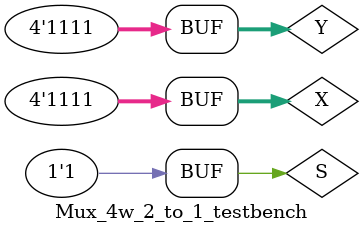
<source format=sv>

module Mux_4w_2_to_1 (M, X, Y, S);
	input [3:0] X;
	input [3:0] Y;
	input S;
	output reg [3:0] M;

	//2 to 1 mux logic statements.
	assign M[0] = (~S & X[0]) | (S & Y[0]);
	assign M[1] = (~S & X[1]) | (S & Y[1]);
	assign M[2] = (~S & X[2]) | (S & Y[2]);
	assign M[3] = (~S & X[3]) | (S & Y[3]);

endmodule

module Mux_4w_2_to_1_testbench();

	logic [3:0] X;
	logic [3:0] Y;
	logic S;
	logic [3:0] M;

 Mux_4w_2_to_1 dut(M, X, Y, S);

 initial begin
 
 S = 0; X[0] = 0; X[1] = 0; X[2] = 0; X[3] = 0; Y[0] = 0; Y[1] = 0; Y[2] = 0; Y[3] = 0; #10;
 S = 0; X[0] = 0; X[1] = 0; X[2] = 0; X[3] = 0; Y[0] = 0; Y[1] = 0; Y[2] = 0; Y[3] = 1; #10;
 S = 0; X[0] = 0; X[1] = 0; X[2] = 0; X[3] = 0; Y[0] = 0; Y[1] = 0; Y[2] = 1; Y[3] = 0; #10;
 S = 0; X[0] = 0; X[1] = 0; X[2] = 0; X[3] = 0; Y[0] = 0; Y[1] = 0; Y[2] = 1; Y[3] = 1; #10;
 S = 0; X[0] = 0; X[1] = 0; X[2] = 0; X[3] = 0; Y[0] = 0; Y[1] = 1; Y[2] = 0; Y[3] = 0; #10;
 S = 0; X[0] = 0; X[1] = 0; X[2] = 0; X[3] = 0; Y[0] = 0; Y[1] = 1; Y[2] = 0; Y[3] = 1; #10;
 S = 0; X[0] = 0; X[1] = 0; X[2] = 0; X[3] = 0; Y[0] = 0; Y[1] = 1; Y[2] = 1; Y[3] = 0; #10;
 S = 0; X[0] = 0; X[1] = 0; X[2] = 0; X[3] = 0; Y[0] = 0; Y[1] = 1; Y[2] = 1; Y[3] = 1; #10;
 S = 0; X[0] = 0; X[1] = 0; X[2] = 0; X[3] = 0; Y[0] = 1; Y[1] = 0; Y[2] = 0; Y[3] = 0; #10;
 S = 0; X[0] = 0; X[1] = 0; X[2] = 0; X[3] = 0; Y[0] = 1; Y[1] = 0; Y[2] = 0; Y[3] = 1; #10;
 S = 0; X[0] = 0; X[1] = 0; X[2] = 0; X[3] = 0; Y[0] = 1; Y[1] = 0; Y[2] = 1; Y[3] = 0; #10;
 S = 0; X[0] = 0; X[1] = 0; X[2] = 0; X[3] = 0; Y[0] = 1; Y[1] = 0; Y[2] = 1; Y[3] = 1; #10;
 S = 0; X[0] = 0; X[1] = 0; X[2] = 0; X[3] = 0; Y[0] = 1; Y[1] = 1; Y[2] = 0; Y[3] = 0; #10;
 S = 0; X[0] = 0; X[1] = 0; X[2] = 0; X[3] = 0; Y[0] = 1; Y[1] = 1; Y[2] = 0; Y[3] = 1; #10;
 S = 0; X[0] = 0; X[1] = 0; X[2] = 0; X[3] = 0; Y[0] = 1; Y[1] = 1; Y[2] = 1; Y[3] = 0; #10;
 S = 0; X[0] = 0; X[1] = 0; X[2] = 0; X[3] = 0; Y[0] = 1; Y[1] = 1; Y[2] = 1; Y[3] = 1; #10;
 S = 0; X[0] = 0; X[1] = 0; X[2] = 0; X[3] = 1; Y[0] = 0; Y[1] = 0; Y[2] = 0; Y[3] = 0; #10;
 S = 0; X[0] = 0; X[1] = 0; X[2] = 0; X[3] = 1; Y[0] = 0; Y[1] = 0; Y[2] = 0; Y[3] = 1; #10;
 S = 0; X[0] = 0; X[1] = 0; X[2] = 0; X[3] = 1; Y[0] = 0; Y[1] = 0; Y[2] = 1; Y[3] = 0; #10;
 S = 0; X[0] = 0; X[1] = 0; X[2] = 0; X[3] = 1; Y[0] = 0; Y[1] = 0; Y[2] = 1; Y[3] = 1; #10;
 S = 0; X[0] = 0; X[1] = 0; X[2] = 0; X[3] = 1; Y[0] = 0; Y[1] = 1; Y[2] = 0; Y[3] = 0; #10;
 S = 0; X[0] = 0; X[1] = 0; X[2] = 0; X[3] = 1; Y[0] = 0; Y[1] = 1; Y[2] = 0; Y[3] = 1; #10;
 S = 0; X[0] = 0; X[1] = 0; X[2] = 0; X[3] = 1; Y[0] = 0; Y[1] = 1; Y[2] = 1; Y[3] = 0; #10;
 S = 0; X[0] = 0; X[1] = 0; X[2] = 0; X[3] = 1; Y[0] = 0; Y[1] = 1; Y[2] = 1; Y[3] = 1; #10;
 S = 0; X[0] = 0; X[1] = 0; X[2] = 0; X[3] = 1; Y[0] = 1; Y[1] = 0; Y[2] = 0; Y[3] = 0; #10;
 S = 0; X[0] = 0; X[1] = 0; X[2] = 0; X[3] = 1; Y[0] = 1; Y[1] = 0; Y[2] = 0; Y[3] = 1; #10;
 S = 0; X[0] = 0; X[1] = 0; X[2] = 0; X[3] = 1; Y[0] = 1; Y[1] = 0; Y[2] = 1; Y[3] = 0; #10;
 S = 0; X[0] = 0; X[1] = 0; X[2] = 0; X[3] = 1; Y[0] = 1; Y[1] = 0; Y[2] = 1; Y[3] = 1; #10;
 S = 0; X[0] = 0; X[1] = 0; X[2] = 0; X[3] = 1; Y[0] = 1; Y[1] = 1; Y[2] = 0; Y[3] = 0; #10;
 S = 0; X[0] = 0; X[1] = 0; X[2] = 0; X[3] = 1; Y[0] = 1; Y[1] = 1; Y[2] = 0; Y[3] = 1; #10;
 S = 0; X[0] = 0; X[1] = 0; X[2] = 0; X[3] = 1; Y[0] = 1; Y[1] = 1; Y[2] = 1; Y[3] = 0; #10;
 S = 0; X[0] = 0; X[1] = 0; X[2] = 0; X[3] = 1; Y[0] = 1; Y[1] = 1; Y[2] = 1; Y[3] = 1; #10;
 S = 0; X[0] = 0; X[1] = 0; X[2] = 1; X[3] = 0; Y[0] = 0; Y[1] = 0; Y[2] = 0; Y[3] = 0; #10;
 S = 0; X[0] = 0; X[1] = 0; X[2] = 1; X[3] = 0; Y[0] = 0; Y[1] = 0; Y[2] = 0; Y[3] = 1; #10;
 S = 0; X[0] = 0; X[1] = 0; X[2] = 1; X[3] = 0; Y[0] = 0; Y[1] = 0; Y[2] = 1; Y[3] = 0; #10;
 S = 0; X[0] = 0; X[1] = 0; X[2] = 1; X[3] = 0; Y[0] = 0; Y[1] = 0; Y[2] = 1; Y[3] = 1; #10;
 S = 0; X[0] = 0; X[1] = 0; X[2] = 1; X[3] = 0; Y[0] = 0; Y[1] = 1; Y[2] = 0; Y[3] = 0; #10;
 S = 0; X[0] = 0; X[1] = 0; X[2] = 1; X[3] = 0; Y[0] = 0; Y[1] = 1; Y[2] = 0; Y[3] = 1; #10;
 S = 0; X[0] = 0; X[1] = 0; X[2] = 1; X[3] = 0; Y[0] = 0; Y[1] = 1; Y[2] = 1; Y[3] = 0; #10;
 S = 0; X[0] = 0; X[1] = 0; X[2] = 1; X[3] = 0; Y[0] = 0; Y[1] = 1; Y[2] = 1; Y[3] = 1; #10;
 S = 0; X[0] = 0; X[1] = 0; X[2] = 1; X[3] = 0; Y[0] = 1; Y[1] = 0; Y[2] = 0; Y[3] = 0; #10;
 S = 0; X[0] = 0; X[1] = 0; X[2] = 1; X[3] = 0; Y[0] = 1; Y[1] = 0; Y[2] = 0; Y[3] = 1; #10;
 S = 0; X[0] = 0; X[1] = 0; X[2] = 1; X[3] = 0; Y[0] = 1; Y[1] = 0; Y[2] = 1; Y[3] = 0; #10;
 S = 0; X[0] = 0; X[1] = 0; X[2] = 1; X[3] = 0; Y[0] = 1; Y[1] = 0; Y[2] = 1; Y[3] = 1; #10;
 S = 0; X[0] = 0; X[1] = 0; X[2] = 1; X[3] = 0; Y[0] = 1; Y[1] = 1; Y[2] = 0; Y[3] = 0; #10;
 S = 0; X[0] = 0; X[1] = 0; X[2] = 1; X[3] = 0; Y[0] = 1; Y[1] = 1; Y[2] = 0; Y[3] = 1; #10;
 S = 0; X[0] = 0; X[1] = 0; X[2] = 1; X[3] = 0; Y[0] = 1; Y[1] = 1; Y[2] = 1; Y[3] = 0; #10;
 S = 0; X[0] = 0; X[1] = 0; X[2] = 1; X[3] = 0; Y[0] = 1; Y[1] = 1; Y[2] = 1; Y[3] = 1; #10;
 S = 0; X[0] = 0; X[1] = 0; X[2] = 1; X[3] = 1; Y[0] = 0; Y[1] = 0; Y[2] = 0; Y[3] = 0; #10;
 S = 0; X[0] = 0; X[1] = 0; X[2] = 1; X[3] = 1; Y[0] = 0; Y[1] = 0; Y[2] = 0; Y[3] = 1; #10;
 S = 0; X[0] = 0; X[1] = 0; X[2] = 1; X[3] = 1; Y[0] = 0; Y[1] = 0; Y[2] = 1; Y[3] = 0; #10;
 S = 0; X[0] = 0; X[1] = 0; X[2] = 1; X[3] = 1; Y[0] = 0; Y[1] = 0; Y[2] = 1; Y[3] = 1; #10;
 S = 0; X[0] = 0; X[1] = 0; X[2] = 1; X[3] = 1; Y[0] = 0; Y[1] = 1; Y[2] = 0; Y[3] = 0; #10;
 S = 0; X[0] = 0; X[1] = 0; X[2] = 1; X[3] = 1; Y[0] = 0; Y[1] = 1; Y[2] = 0; Y[3] = 1; #10;
 S = 0; X[0] = 0; X[1] = 0; X[2] = 1; X[3] = 1; Y[0] = 0; Y[1] = 1; Y[2] = 1; Y[3] = 0; #10;
 S = 0; X[0] = 0; X[1] = 0; X[2] = 1; X[3] = 1; Y[0] = 0; Y[1] = 1; Y[2] = 1; Y[3] = 1; #10;
 S = 0; X[0] = 0; X[1] = 0; X[2] = 1; X[3] = 1; Y[0] = 1; Y[1] = 0; Y[2] = 0; Y[3] = 0; #10;
 S = 0; X[0] = 0; X[1] = 0; X[2] = 1; X[3] = 1; Y[0] = 1; Y[1] = 0; Y[2] = 0; Y[3] = 1; #10;
 S = 0; X[0] = 0; X[1] = 0; X[2] = 1; X[3] = 1; Y[0] = 1; Y[1] = 0; Y[2] = 1; Y[3] = 0; #10;
 S = 0; X[0] = 0; X[1] = 0; X[2] = 1; X[3] = 1; Y[0] = 1; Y[1] = 0; Y[2] = 1; Y[3] = 1; #10;
 S = 0; X[0] = 0; X[1] = 0; X[2] = 1; X[3] = 1; Y[0] = 1; Y[1] = 1; Y[2] = 0; Y[3] = 0; #10;
 S = 0; X[0] = 0; X[1] = 0; X[2] = 1; X[3] = 1; Y[0] = 1; Y[1] = 1; Y[2] = 0; Y[3] = 1; #10;
 S = 0; X[0] = 0; X[1] = 0; X[2] = 1; X[3] = 1; Y[0] = 1; Y[1] = 1; Y[2] = 1; Y[3] = 0; #10;
 S = 0; X[0] = 0; X[1] = 0; X[2] = 1; X[3] = 1; Y[0] = 1; Y[1] = 1; Y[2] = 1; Y[3] = 1; #10;
 S = 0; X[0] = 0; X[1] = 1; X[2] = 0; X[3] = 0; Y[0] = 0; Y[1] = 0; Y[2] = 0; Y[3] = 0; #10;
 S = 0; X[0] = 0; X[1] = 1; X[2] = 0; X[3] = 0; Y[0] = 0; Y[1] = 0; Y[2] = 0; Y[3] = 1; #10;
 S = 0; X[0] = 0; X[1] = 1; X[2] = 0; X[3] = 0; Y[0] = 0; Y[1] = 0; Y[2] = 1; Y[3] = 0; #10;
 S = 0; X[0] = 0; X[1] = 1; X[2] = 0; X[3] = 0; Y[0] = 0; Y[1] = 0; Y[2] = 1; Y[3] = 1; #10;
 S = 0; X[0] = 0; X[1] = 1; X[2] = 0; X[3] = 0; Y[0] = 0; Y[1] = 1; Y[2] = 0; Y[3] = 0; #10;
 S = 0; X[0] = 0; X[1] = 1; X[2] = 0; X[3] = 0; Y[0] = 0; Y[1] = 1; Y[2] = 0; Y[3] = 1; #10;
 S = 0; X[0] = 0; X[1] = 1; X[2] = 0; X[3] = 0; Y[0] = 0; Y[1] = 1; Y[2] = 1; Y[3] = 0; #10;
 S = 0; X[0] = 0; X[1] = 1; X[2] = 0; X[3] = 0; Y[0] = 0; Y[1] = 1; Y[2] = 1; Y[3] = 1; #10;
 S = 0; X[0] = 0; X[1] = 1; X[2] = 0; X[3] = 0; Y[0] = 1; Y[1] = 0; Y[2] = 0; Y[3] = 0; #10;
 S = 0; X[0] = 0; X[1] = 1; X[2] = 0; X[3] = 0; Y[0] = 1; Y[1] = 0; Y[2] = 0; Y[3] = 1; #10;
 S = 0; X[0] = 0; X[1] = 1; X[2] = 0; X[3] = 0; Y[0] = 1; Y[1] = 0; Y[2] = 1; Y[3] = 0; #10;
 S = 0; X[0] = 0; X[1] = 1; X[2] = 0; X[3] = 0; Y[0] = 1; Y[1] = 0; Y[2] = 1; Y[3] = 1; #10;
 S = 0; X[0] = 0; X[1] = 1; X[2] = 0; X[3] = 0; Y[0] = 1; Y[1] = 1; Y[2] = 0; Y[3] = 0; #10;
 S = 0; X[0] = 0; X[1] = 1; X[2] = 0; X[3] = 0; Y[0] = 1; Y[1] = 1; Y[2] = 0; Y[3] = 1; #10;
 S = 0; X[0] = 0; X[1] = 1; X[2] = 0; X[3] = 0; Y[0] = 1; Y[1] = 1; Y[2] = 1; Y[3] = 0; #10;
 S = 0; X[0] = 0; X[1] = 1; X[2] = 0; X[3] = 0; Y[0] = 1; Y[1] = 1; Y[2] = 1; Y[3] = 1; #10;
 S = 0; X[0] = 0; X[1] = 1; X[2] = 0; X[3] = 1; Y[0] = 0; Y[1] = 0; Y[2] = 0; Y[3] = 0; #10;
 S = 0; X[0] = 0; X[1] = 1; X[2] = 0; X[3] = 1; Y[0] = 0; Y[1] = 0; Y[2] = 0; Y[3] = 1; #10;
 S = 0; X[0] = 0; X[1] = 1; X[2] = 0; X[3] = 1; Y[0] = 0; Y[1] = 0; Y[2] = 1; Y[3] = 0; #10;
 S = 0; X[0] = 0; X[1] = 1; X[2] = 0; X[3] = 1; Y[0] = 0; Y[1] = 0; Y[2] = 1; Y[3] = 1; #10;
 S = 0; X[0] = 0; X[1] = 1; X[2] = 0; X[3] = 1; Y[0] = 0; Y[1] = 1; Y[2] = 0; Y[3] = 0; #10;
 S = 0; X[0] = 0; X[1] = 1; X[2] = 0; X[3] = 1; Y[0] = 0; Y[1] = 1; Y[2] = 0; Y[3] = 1; #10;
 S = 0; X[0] = 0; X[1] = 1; X[2] = 0; X[3] = 1; Y[0] = 0; Y[1] = 1; Y[2] = 1; Y[3] = 0; #10;
 S = 0; X[0] = 0; X[1] = 1; X[2] = 0; X[3] = 1; Y[0] = 0; Y[1] = 1; Y[2] = 1; Y[3] = 1; #10;
 S = 0; X[0] = 0; X[1] = 1; X[2] = 0; X[3] = 1; Y[0] = 1; Y[1] = 0; Y[2] = 0; Y[3] = 0; #10;
 S = 0; X[0] = 0; X[1] = 1; X[2] = 0; X[3] = 1; Y[0] = 1; Y[1] = 0; Y[2] = 0; Y[3] = 1; #10;
 S = 0; X[0] = 0; X[1] = 1; X[2] = 0; X[3] = 1; Y[0] = 1; Y[1] = 0; Y[2] = 1; Y[3] = 0; #10;
 S = 0; X[0] = 0; X[1] = 1; X[2] = 0; X[3] = 1; Y[0] = 1; Y[1] = 0; Y[2] = 1; Y[3] = 1; #10;
 S = 0; X[0] = 0; X[1] = 1; X[2] = 0; X[3] = 1; Y[0] = 1; Y[1] = 1; Y[2] = 0; Y[3] = 0; #10;
 S = 0; X[0] = 0; X[1] = 1; X[2] = 0; X[3] = 1; Y[0] = 1; Y[1] = 1; Y[2] = 0; Y[3] = 1; #10;
 S = 0; X[0] = 0; X[1] = 1; X[2] = 0; X[3] = 1; Y[0] = 1; Y[1] = 1; Y[2] = 1; Y[3] = 0; #10;
 S = 0; X[0] = 0; X[1] = 1; X[2] = 0; X[3] = 1; Y[0] = 1; Y[1] = 1; Y[2] = 1; Y[3] = 1; #10;
 S = 0; X[0] = 0; X[1] = 1; X[2] = 1; X[3] = 0; Y[0] = 0; Y[1] = 0; Y[2] = 0; Y[3] = 0; #10;
 S = 0; X[0] = 0; X[1] = 1; X[2] = 1; X[3] = 0; Y[0] = 0; Y[1] = 0; Y[2] = 0; Y[3] = 1; #10;
 S = 0; X[0] = 0; X[1] = 1; X[2] = 1; X[3] = 0; Y[0] = 0; Y[1] = 0; Y[2] = 1; Y[3] = 0; #10;
 S = 0; X[0] = 0; X[1] = 1; X[2] = 1; X[3] = 0; Y[0] = 0; Y[1] = 0; Y[2] = 1; Y[3] = 1; #10;
 S = 0; X[0] = 0; X[1] = 1; X[2] = 1; X[3] = 0; Y[0] = 0; Y[1] = 1; Y[2] = 0; Y[3] = 0; #10;
 S = 0; X[0] = 0; X[1] = 1; X[2] = 1; X[3] = 0; Y[0] = 0; Y[1] = 1; Y[2] = 0; Y[3] = 1; #10;
 S = 0; X[0] = 0; X[1] = 1; X[2] = 1; X[3] = 0; Y[0] = 0; Y[1] = 1; Y[2] = 1; Y[3] = 0; #10;
 S = 0; X[0] = 0; X[1] = 1; X[2] = 1; X[3] = 0; Y[0] = 0; Y[1] = 1; Y[2] = 1; Y[3] = 1; #10;
 S = 0; X[0] = 0; X[1] = 1; X[2] = 1; X[3] = 0; Y[0] = 1; Y[1] = 0; Y[2] = 0; Y[3] = 0; #10;
 S = 0; X[0] = 0; X[1] = 1; X[2] = 1; X[3] = 0; Y[0] = 1; Y[1] = 0; Y[2] = 0; Y[3] = 1; #10;
 S = 0; X[0] = 0; X[1] = 1; X[2] = 1; X[3] = 0; Y[0] = 1; Y[1] = 0; Y[2] = 1; Y[3] = 0; #10;
 S = 0; X[0] = 0; X[1] = 1; X[2] = 1; X[3] = 0; Y[0] = 1; Y[1] = 0; Y[2] = 1; Y[3] = 1; #10;
 S = 0; X[0] = 0; X[1] = 1; X[2] = 1; X[3] = 0; Y[0] = 1; Y[1] = 1; Y[2] = 0; Y[3] = 0; #10;
 S = 0; X[0] = 0; X[1] = 1; X[2] = 1; X[3] = 0; Y[0] = 1; Y[1] = 1; Y[2] = 0; Y[3] = 1; #10;
 S = 0; X[0] = 0; X[1] = 1; X[2] = 1; X[3] = 0; Y[0] = 1; Y[1] = 1; Y[2] = 1; Y[3] = 0; #10;
 S = 0; X[0] = 0; X[1] = 1; X[2] = 1; X[3] = 0; Y[0] = 1; Y[1] = 1; Y[2] = 1; Y[3] = 1; #10;
 S = 0; X[0] = 0; X[1] = 1; X[2] = 1; X[3] = 1; Y[0] = 0; Y[1] = 0; Y[2] = 0; Y[3] = 0; #10;
 S = 0; X[0] = 0; X[1] = 1; X[2] = 1; X[3] = 1; Y[0] = 0; Y[1] = 0; Y[2] = 0; Y[3] = 1; #10;
 S = 0; X[0] = 0; X[1] = 1; X[2] = 1; X[3] = 1; Y[0] = 0; Y[1] = 0; Y[2] = 1; Y[3] = 0; #10;
 S = 0; X[0] = 0; X[1] = 1; X[2] = 1; X[3] = 1; Y[0] = 0; Y[1] = 0; Y[2] = 1; Y[3] = 1; #10;
 S = 0; X[0] = 0; X[1] = 1; X[2] = 1; X[3] = 1; Y[0] = 0; Y[1] = 1; Y[2] = 0; Y[3] = 0; #10;
 S = 0; X[0] = 0; X[1] = 1; X[2] = 1; X[3] = 1; Y[0] = 0; Y[1] = 1; Y[2] = 0; Y[3] = 1; #10;
 S = 0; X[0] = 0; X[1] = 1; X[2] = 1; X[3] = 1; Y[0] = 0; Y[1] = 1; Y[2] = 1; Y[3] = 0; #10;
 S = 0; X[0] = 0; X[1] = 1; X[2] = 1; X[3] = 1; Y[0] = 0; Y[1] = 1; Y[2] = 1; Y[3] = 1; #10;
 S = 0; X[0] = 0; X[1] = 1; X[2] = 1; X[3] = 1; Y[0] = 1; Y[1] = 0; Y[2] = 0; Y[3] = 0; #10;
 S = 0; X[0] = 0; X[1] = 1; X[2] = 1; X[3] = 1; Y[0] = 1; Y[1] = 0; Y[2] = 0; Y[3] = 1; #10;
 S = 0; X[0] = 0; X[1] = 1; X[2] = 1; X[3] = 1; Y[0] = 1; Y[1] = 0; Y[2] = 1; Y[3] = 0; #10;
 S = 0; X[0] = 0; X[1] = 1; X[2] = 1; X[3] = 1; Y[0] = 1; Y[1] = 0; Y[2] = 1; Y[3] = 1; #10;
 S = 0; X[0] = 0; X[1] = 1; X[2] = 1; X[3] = 1; Y[0] = 1; Y[1] = 1; Y[2] = 0; Y[3] = 0; #10;
 S = 0; X[0] = 0; X[1] = 1; X[2] = 1; X[3] = 1; Y[0] = 1; Y[1] = 1; Y[2] = 0; Y[3] = 1; #10;
 S = 0; X[0] = 0; X[1] = 1; X[2] = 1; X[3] = 1; Y[0] = 1; Y[1] = 1; Y[2] = 1; Y[3] = 0; #10;
 S = 0; X[0] = 0; X[1] = 1; X[2] = 1; X[3] = 1; Y[0] = 1; Y[1] = 1; Y[2] = 1; Y[3] = 1; #10;
 S = 0; X[0] = 1; X[1] = 0; X[2] = 0; X[3] = 0; Y[0] = 0; Y[1] = 0; Y[2] = 0; Y[3] = 0; #10;
 S = 0; X[0] = 1; X[1] = 0; X[2] = 0; X[3] = 0; Y[0] = 0; Y[1] = 0; Y[2] = 0; Y[3] = 1; #10;
 S = 0; X[0] = 1; X[1] = 0; X[2] = 0; X[3] = 0; Y[0] = 0; Y[1] = 0; Y[2] = 1; Y[3] = 0; #10;
 S = 0; X[0] = 1; X[1] = 0; X[2] = 0; X[3] = 0; Y[0] = 0; Y[1] = 0; Y[2] = 1; Y[3] = 1; #10;
 S = 0; X[0] = 1; X[1] = 0; X[2] = 0; X[3] = 0; Y[0] = 0; Y[1] = 1; Y[2] = 0; Y[3] = 0; #10;
 S = 0; X[0] = 1; X[1] = 0; X[2] = 0; X[3] = 0; Y[0] = 0; Y[1] = 1; Y[2] = 0; Y[3] = 1; #10;
 S = 0; X[0] = 1; X[1] = 0; X[2] = 0; X[3] = 0; Y[0] = 0; Y[1] = 1; Y[2] = 1; Y[3] = 0; #10;
 S = 0; X[0] = 1; X[1] = 0; X[2] = 0; X[3] = 0; Y[0] = 0; Y[1] = 1; Y[2] = 1; Y[3] = 1; #10;
 S = 0; X[0] = 1; X[1] = 0; X[2] = 0; X[3] = 0; Y[0] = 1; Y[1] = 0; Y[2] = 0; Y[3] = 0; #10;
 S = 0; X[0] = 1; X[1] = 0; X[2] = 0; X[3] = 0; Y[0] = 1; Y[1] = 0; Y[2] = 0; Y[3] = 1; #10;
 S = 0; X[0] = 1; X[1] = 0; X[2] = 0; X[3] = 0; Y[0] = 1; Y[1] = 0; Y[2] = 1; Y[3] = 0; #10;
 S = 0; X[0] = 1; X[1] = 0; X[2] = 0; X[3] = 0; Y[0] = 1; Y[1] = 0; Y[2] = 1; Y[3] = 1; #10;
 S = 0; X[0] = 1; X[1] = 0; X[2] = 0; X[3] = 0; Y[0] = 1; Y[1] = 1; Y[2] = 0; Y[3] = 0; #10;
 S = 0; X[0] = 1; X[1] = 0; X[2] = 0; X[3] = 0; Y[0] = 1; Y[1] = 1; Y[2] = 0; Y[3] = 1; #10;
 S = 0; X[0] = 1; X[1] = 0; X[2] = 0; X[3] = 0; Y[0] = 1; Y[1] = 1; Y[2] = 1; Y[3] = 0; #10;
 S = 0; X[0] = 1; X[1] = 0; X[2] = 0; X[3] = 0; Y[0] = 1; Y[1] = 1; Y[2] = 1; Y[3] = 1; #10;
 S = 0; X[0] = 1; X[1] = 0; X[2] = 0; X[3] = 1; Y[0] = 0; Y[1] = 0; Y[2] = 0; Y[3] = 0; #10;
 S = 0; X[0] = 1; X[1] = 0; X[2] = 0; X[3] = 1; Y[0] = 0; Y[1] = 0; Y[2] = 0; Y[3] = 1; #10;
 S = 0; X[0] = 1; X[1] = 0; X[2] = 0; X[3] = 1; Y[0] = 0; Y[1] = 0; Y[2] = 1; Y[3] = 0; #10;
 S = 0; X[0] = 1; X[1] = 0; X[2] = 0; X[3] = 1; Y[0] = 0; Y[1] = 0; Y[2] = 1; Y[3] = 1; #10;
 S = 0; X[0] = 1; X[1] = 0; X[2] = 0; X[3] = 1; Y[0] = 0; Y[1] = 1; Y[2] = 0; Y[3] = 0; #10;
 S = 0; X[0] = 1; X[1] = 0; X[2] = 0; X[3] = 1; Y[0] = 0; Y[1] = 1; Y[2] = 0; Y[3] = 1; #10;
 S = 0; X[0] = 1; X[1] = 0; X[2] = 0; X[3] = 1; Y[0] = 0; Y[1] = 1; Y[2] = 1; Y[3] = 0; #10;
 S = 0; X[0] = 1; X[1] = 0; X[2] = 0; X[3] = 1; Y[0] = 0; Y[1] = 1; Y[2] = 1; Y[3] = 1; #10;
 S = 0; X[0] = 1; X[1] = 0; X[2] = 0; X[3] = 1; Y[0] = 1; Y[1] = 0; Y[2] = 0; Y[3] = 0; #10;
 S = 0; X[0] = 1; X[1] = 0; X[2] = 0; X[3] = 1; Y[0] = 1; Y[1] = 0; Y[2] = 0; Y[3] = 1; #10;
 S = 0; X[0] = 1; X[1] = 0; X[2] = 0; X[3] = 1; Y[0] = 1; Y[1] = 0; Y[2] = 1; Y[3] = 0; #10;
 S = 0; X[0] = 1; X[1] = 0; X[2] = 0; X[3] = 1; Y[0] = 1; Y[1] = 0; Y[2] = 1; Y[3] = 1; #10;
 S = 0; X[0] = 1; X[1] = 0; X[2] = 0; X[3] = 1; Y[0] = 1; Y[1] = 1; Y[2] = 0; Y[3] = 0; #10;
 S = 0; X[0] = 1; X[1] = 0; X[2] = 0; X[3] = 1; Y[0] = 1; Y[1] = 1; Y[2] = 0; Y[3] = 1; #10;
 S = 0; X[0] = 1; X[1] = 0; X[2] = 0; X[3] = 1; Y[0] = 1; Y[1] = 1; Y[2] = 1; Y[3] = 0; #10;
 S = 0; X[0] = 1; X[1] = 0; X[2] = 0; X[3] = 1; Y[0] = 1; Y[1] = 1; Y[2] = 1; Y[3] = 1; #10;
 S = 0; X[0] = 1; X[1] = 0; X[2] = 1; X[3] = 0; Y[0] = 0; Y[1] = 0; Y[2] = 0; Y[3] = 0; #10;
 S = 0; X[0] = 1; X[1] = 0; X[2] = 1; X[3] = 0; Y[0] = 0; Y[1] = 0; Y[2] = 0; Y[3] = 1; #10;
 S = 0; X[0] = 1; X[1] = 0; X[2] = 1; X[3] = 0; Y[0] = 0; Y[1] = 0; Y[2] = 1; Y[3] = 0; #10;
 S = 0; X[0] = 1; X[1] = 0; X[2] = 1; X[3] = 0; Y[0] = 0; Y[1] = 0; Y[2] = 1; Y[3] = 1; #10;
 S = 0; X[0] = 1; X[1] = 0; X[2] = 1; X[3] = 0; Y[0] = 0; Y[1] = 1; Y[2] = 0; Y[3] = 0; #10;
 S = 0; X[0] = 1; X[1] = 0; X[2] = 1; X[3] = 0; Y[0] = 0; Y[1] = 1; Y[2] = 0; Y[3] = 1; #10;
 S = 0; X[0] = 1; X[1] = 0; X[2] = 1; X[3] = 0; Y[0] = 0; Y[1] = 1; Y[2] = 1; Y[3] = 0; #10;
 S = 0; X[0] = 1; X[1] = 0; X[2] = 1; X[3] = 0; Y[0] = 0; Y[1] = 1; Y[2] = 1; Y[3] = 1; #10;
 S = 0; X[0] = 1; X[1] = 0; X[2] = 1; X[3] = 0; Y[0] = 1; Y[1] = 0; Y[2] = 0; Y[3] = 0; #10;
 S = 0; X[0] = 1; X[1] = 0; X[2] = 1; X[3] = 0; Y[0] = 1; Y[1] = 0; Y[2] = 0; Y[3] = 1; #10;
 S = 0; X[0] = 1; X[1] = 0; X[2] = 1; X[3] = 0; Y[0] = 1; Y[1] = 0; Y[2] = 1; Y[3] = 0; #10;
 S = 0; X[0] = 1; X[1] = 0; X[2] = 1; X[3] = 0; Y[0] = 1; Y[1] = 0; Y[2] = 1; Y[3] = 1; #10;
 S = 0; X[0] = 1; X[1] = 0; X[2] = 1; X[3] = 0; Y[0] = 1; Y[1] = 1; Y[2] = 0; Y[3] = 0; #10;
 S = 0; X[0] = 1; X[1] = 0; X[2] = 1; X[3] = 0; Y[0] = 1; Y[1] = 1; Y[2] = 0; Y[3] = 1; #10;
 S = 0; X[0] = 1; X[1] = 0; X[2] = 1; X[3] = 0; Y[0] = 1; Y[1] = 1; Y[2] = 1; Y[3] = 0; #10;
 S = 0; X[0] = 1; X[1] = 0; X[2] = 1; X[3] = 0; Y[0] = 1; Y[1] = 1; Y[2] = 1; Y[3] = 1; #10;
 S = 0; X[0] = 1; X[1] = 0; X[2] = 1; X[3] = 1; Y[0] = 0; Y[1] = 0; Y[2] = 0; Y[3] = 0; #10;
 S = 0; X[0] = 1; X[1] = 0; X[2] = 1; X[3] = 1; Y[0] = 0; Y[1] = 0; Y[2] = 0; Y[3] = 1; #10;
 S = 0; X[0] = 1; X[1] = 0; X[2] = 1; X[3] = 1; Y[0] = 0; Y[1] = 0; Y[2] = 1; Y[3] = 0; #10;
 S = 0; X[0] = 1; X[1] = 0; X[2] = 1; X[3] = 1; Y[0] = 0; Y[1] = 0; Y[2] = 1; Y[3] = 1; #10;
 S = 0; X[0] = 1; X[1] = 0; X[2] = 1; X[3] = 1; Y[0] = 0; Y[1] = 1; Y[2] = 0; Y[3] = 0; #10;
 S = 0; X[0] = 1; X[1] = 0; X[2] = 1; X[3] = 1; Y[0] = 0; Y[1] = 1; Y[2] = 0; Y[3] = 1; #10;
 S = 0; X[0] = 1; X[1] = 0; X[2] = 1; X[3] = 1; Y[0] = 0; Y[1] = 1; Y[2] = 1; Y[3] = 0; #10;
 S = 0; X[0] = 1; X[1] = 0; X[2] = 1; X[3] = 1; Y[0] = 0; Y[1] = 1; Y[2] = 1; Y[3] = 1; #10;
 S = 0; X[0] = 1; X[1] = 0; X[2] = 1; X[3] = 1; Y[0] = 1; Y[1] = 0; Y[2] = 0; Y[3] = 0; #10;
 S = 0; X[0] = 1; X[1] = 0; X[2] = 1; X[3] = 1; Y[0] = 1; Y[1] = 0; Y[2] = 0; Y[3] = 1; #10;
 S = 0; X[0] = 1; X[1] = 0; X[2] = 1; X[3] = 1; Y[0] = 1; Y[1] = 0; Y[2] = 1; Y[3] = 0; #10;
 S = 0; X[0] = 1; X[1] = 0; X[2] = 1; X[3] = 1; Y[0] = 1; Y[1] = 0; Y[2] = 1; Y[3] = 1; #10;
 S = 0; X[0] = 1; X[1] = 0; X[2] = 1; X[3] = 1; Y[0] = 1; Y[1] = 1; Y[2] = 0; Y[3] = 0; #10;
 S = 0; X[0] = 1; X[1] = 0; X[2] = 1; X[3] = 1; Y[0] = 1; Y[1] = 1; Y[2] = 0; Y[3] = 1; #10;
 S = 0; X[0] = 1; X[1] = 0; X[2] = 1; X[3] = 1; Y[0] = 1; Y[1] = 1; Y[2] = 1; Y[3] = 0; #10;
 S = 0; X[0] = 1; X[1] = 0; X[2] = 1; X[3] = 1; Y[0] = 1; Y[1] = 1; Y[2] = 1; Y[3] = 1; #10;
 S = 0; X[0] = 1; X[1] = 1; X[2] = 0; X[3] = 0; Y[0] = 0; Y[1] = 0; Y[2] = 0; Y[3] = 0; #10;
 S = 0; X[0] = 1; X[1] = 1; X[2] = 0; X[3] = 0; Y[0] = 0; Y[1] = 0; Y[2] = 0; Y[3] = 1; #10;
 S = 0; X[0] = 1; X[1] = 1; X[2] = 0; X[3] = 0; Y[0] = 0; Y[1] = 0; Y[2] = 1; Y[3] = 0; #10;
 S = 0; X[0] = 1; X[1] = 1; X[2] = 0; X[3] = 0; Y[0] = 0; Y[1] = 0; Y[2] = 1; Y[3] = 1; #10;
 S = 0; X[0] = 1; X[1] = 1; X[2] = 0; X[3] = 0; Y[0] = 0; Y[1] = 1; Y[2] = 0; Y[3] = 0; #10;
 S = 0; X[0] = 1; X[1] = 1; X[2] = 0; X[3] = 0; Y[0] = 0; Y[1] = 1; Y[2] = 0; Y[3] = 1; #10;
 S = 0; X[0] = 1; X[1] = 1; X[2] = 0; X[3] = 0; Y[0] = 0; Y[1] = 1; Y[2] = 1; Y[3] = 0; #10;
 S = 0; X[0] = 1; X[1] = 1; X[2] = 0; X[3] = 0; Y[0] = 0; Y[1] = 1; Y[2] = 1; Y[3] = 1; #10;
 S = 0; X[0] = 1; X[1] = 1; X[2] = 0; X[3] = 0; Y[0] = 1; Y[1] = 0; Y[2] = 0; Y[3] = 0; #10;
 S = 0; X[0] = 1; X[1] = 1; X[2] = 0; X[3] = 0; Y[0] = 1; Y[1] = 0; Y[2] = 0; Y[3] = 1; #10;
 S = 0; X[0] = 1; X[1] = 1; X[2] = 0; X[3] = 0; Y[0] = 1; Y[1] = 0; Y[2] = 1; Y[3] = 0; #10;
 S = 0; X[0] = 1; X[1] = 1; X[2] = 0; X[3] = 0; Y[0] = 1; Y[1] = 0; Y[2] = 1; Y[3] = 1; #10;
 S = 0; X[0] = 1; X[1] = 1; X[2] = 0; X[3] = 0; Y[0] = 1; Y[1] = 1; Y[2] = 0; Y[3] = 0; #10;
 S = 0; X[0] = 1; X[1] = 1; X[2] = 0; X[3] = 0; Y[0] = 1; Y[1] = 1; Y[2] = 0; Y[3] = 1; #10;
 S = 0; X[0] = 1; X[1] = 1; X[2] = 0; X[3] = 0; Y[0] = 1; Y[1] = 1; Y[2] = 1; Y[3] = 0; #10;
 S = 0; X[0] = 1; X[1] = 1; X[2] = 0; X[3] = 0; Y[0] = 1; Y[1] = 1; Y[2] = 1; Y[3] = 1; #10;
 S = 0; X[0] = 1; X[1] = 1; X[2] = 0; X[3] = 1; Y[0] = 0; Y[1] = 0; Y[2] = 0; Y[3] = 0; #10;
 S = 0; X[0] = 1; X[1] = 1; X[2] = 0; X[3] = 1; Y[0] = 0; Y[1] = 0; Y[2] = 0; Y[3] = 1; #10;
 S = 0; X[0] = 1; X[1] = 1; X[2] = 0; X[3] = 1; Y[0] = 0; Y[1] = 0; Y[2] = 1; Y[3] = 0; #10;
 S = 0; X[0] = 1; X[1] = 1; X[2] = 0; X[3] = 1; Y[0] = 0; Y[1] = 0; Y[2] = 1; Y[3] = 1; #10;
 S = 0; X[0] = 1; X[1] = 1; X[2] = 0; X[3] = 1; Y[0] = 0; Y[1] = 1; Y[2] = 0; Y[3] = 0; #10;
 S = 0; X[0] = 1; X[1] = 1; X[2] = 0; X[3] = 1; Y[0] = 0; Y[1] = 1; Y[2] = 0; Y[3] = 1; #10;
 S = 0; X[0] = 1; X[1] = 1; X[2] = 0; X[3] = 1; Y[0] = 0; Y[1] = 1; Y[2] = 1; Y[3] = 0; #10;
 S = 0; X[0] = 1; X[1] = 1; X[2] = 0; X[3] = 1; Y[0] = 0; Y[1] = 1; Y[2] = 1; Y[3] = 1; #10;
 S = 0; X[0] = 1; X[1] = 1; X[2] = 0; X[3] = 1; Y[0] = 1; Y[1] = 0; Y[2] = 0; Y[3] = 0; #10;
 S = 0; X[0] = 1; X[1] = 1; X[2] = 0; X[3] = 1; Y[0] = 1; Y[1] = 0; Y[2] = 0; Y[3] = 1; #10;
 S = 0; X[0] = 1; X[1] = 1; X[2] = 0; X[3] = 1; Y[0] = 1; Y[1] = 0; Y[2] = 1; Y[3] = 0; #10;
 S = 0; X[0] = 1; X[1] = 1; X[2] = 0; X[3] = 1; Y[0] = 1; Y[1] = 0; Y[2] = 1; Y[3] = 1; #10;
 S = 0; X[0] = 1; X[1] = 1; X[2] = 0; X[3] = 1; Y[0] = 1; Y[1] = 1; Y[2] = 0; Y[3] = 0; #10;
 S = 0; X[0] = 1; X[1] = 1; X[2] = 0; X[3] = 1; Y[0] = 1; Y[1] = 1; Y[2] = 0; Y[3] = 1; #10;
 S = 0; X[0] = 1; X[1] = 1; X[2] = 0; X[3] = 1; Y[0] = 1; Y[1] = 1; Y[2] = 1; Y[3] = 0; #10;
 S = 0; X[0] = 1; X[1] = 1; X[2] = 0; X[3] = 1; Y[0] = 1; Y[1] = 1; Y[2] = 1; Y[3] = 1; #10;
 S = 0; X[0] = 1; X[1] = 1; X[2] = 1; X[3] = 0; Y[0] = 0; Y[1] = 0; Y[2] = 0; Y[3] = 0; #10;
 S = 0; X[0] = 1; X[1] = 1; X[2] = 1; X[3] = 0; Y[0] = 0; Y[1] = 0; Y[2] = 0; Y[3] = 1; #10;
 S = 0; X[0] = 1; X[1] = 1; X[2] = 1; X[3] = 0; Y[0] = 0; Y[1] = 0; Y[2] = 1; Y[3] = 0; #10;
 S = 0; X[0] = 1; X[1] = 1; X[2] = 1; X[3] = 0; Y[0] = 0; Y[1] = 0; Y[2] = 1; Y[3] = 1; #10;
 S = 0; X[0] = 1; X[1] = 1; X[2] = 1; X[3] = 0; Y[0] = 0; Y[1] = 1; Y[2] = 0; Y[3] = 0; #10;
 S = 0; X[0] = 1; X[1] = 1; X[2] = 1; X[3] = 0; Y[0] = 0; Y[1] = 1; Y[2] = 0; Y[3] = 1; #10;
 S = 0; X[0] = 1; X[1] = 1; X[2] = 1; X[3] = 0; Y[0] = 0; Y[1] = 1; Y[2] = 1; Y[3] = 0; #10;
 S = 0; X[0] = 1; X[1] = 1; X[2] = 1; X[3] = 0; Y[0] = 0; Y[1] = 1; Y[2] = 1; Y[3] = 1; #10;
 S = 0; X[0] = 1; X[1] = 1; X[2] = 1; X[3] = 0; Y[0] = 1; Y[1] = 0; Y[2] = 0; Y[3] = 0; #10;
 S = 0; X[0] = 1; X[1] = 1; X[2] = 1; X[3] = 0; Y[0] = 1; Y[1] = 0; Y[2] = 0; Y[3] = 1; #10;
 S = 0; X[0] = 1; X[1] = 1; X[2] = 1; X[3] = 0; Y[0] = 1; Y[1] = 0; Y[2] = 1; Y[3] = 0; #10;
 S = 0; X[0] = 1; X[1] = 1; X[2] = 1; X[3] = 0; Y[0] = 1; Y[1] = 0; Y[2] = 1; Y[3] = 1; #10;
 S = 0; X[0] = 1; X[1] = 1; X[2] = 1; X[3] = 0; Y[0] = 1; Y[1] = 1; Y[2] = 0; Y[3] = 0; #10;
 S = 0; X[0] = 1; X[1] = 1; X[2] = 1; X[3] = 0; Y[0] = 1; Y[1] = 1; Y[2] = 0; Y[3] = 1; #10;
 S = 0; X[0] = 1; X[1] = 1; X[2] = 1; X[3] = 0; Y[0] = 1; Y[1] = 1; Y[2] = 1; Y[3] = 0; #10;
 S = 0; X[0] = 1; X[1] = 1; X[2] = 1; X[3] = 0; Y[0] = 1; Y[1] = 1; Y[2] = 1; Y[3] = 1; #10;
 S = 0; X[0] = 1; X[1] = 1; X[2] = 1; X[3] = 1; Y[0] = 0; Y[1] = 0; Y[2] = 0; Y[3] = 0; #10;
 S = 0; X[0] = 1; X[1] = 1; X[2] = 1; X[3] = 1; Y[0] = 0; Y[1] = 0; Y[2] = 0; Y[3] = 1; #10;
 S = 0; X[0] = 1; X[1] = 1; X[2] = 1; X[3] = 1; Y[0] = 0; Y[1] = 0; Y[2] = 1; Y[3] = 0; #10;
 S = 0; X[0] = 1; X[1] = 1; X[2] = 1; X[3] = 1; Y[0] = 0; Y[1] = 0; Y[2] = 1; Y[3] = 1; #10;
 S = 0; X[0] = 1; X[1] = 1; X[2] = 1; X[3] = 1; Y[0] = 0; Y[1] = 1; Y[2] = 0; Y[3] = 0; #10;
 S = 0; X[0] = 1; X[1] = 1; X[2] = 1; X[3] = 1; Y[0] = 0; Y[1] = 1; Y[2] = 0; Y[3] = 1; #10;
 S = 0; X[0] = 1; X[1] = 1; X[2] = 1; X[3] = 1; Y[0] = 0; Y[1] = 1; Y[2] = 1; Y[3] = 0; #10;
 S = 0; X[0] = 1; X[1] = 1; X[2] = 1; X[3] = 1; Y[0] = 0; Y[1] = 1; Y[2] = 1; Y[3] = 1; #10;
 S = 0; X[0] = 1; X[1] = 1; X[2] = 1; X[3] = 1; Y[0] = 1; Y[1] = 0; Y[2] = 0; Y[3] = 0; #10;
 S = 0; X[0] = 1; X[1] = 1; X[2] = 1; X[3] = 1; Y[0] = 1; Y[1] = 0; Y[2] = 0; Y[3] = 1; #10;
 S = 0; X[0] = 1; X[1] = 1; X[2] = 1; X[3] = 1; Y[0] = 1; Y[1] = 0; Y[2] = 1; Y[3] = 0; #10;
 S = 0; X[0] = 1; X[1] = 1; X[2] = 1; X[3] = 1; Y[0] = 1; Y[1] = 0; Y[2] = 1; Y[3] = 1; #10;
 S = 0; X[0] = 1; X[1] = 1; X[2] = 1; X[3] = 1; Y[0] = 1; Y[1] = 1; Y[2] = 0; Y[3] = 0; #10;
 S = 0; X[0] = 1; X[1] = 1; X[2] = 1; X[3] = 1; Y[0] = 1; Y[1] = 1; Y[2] = 0; Y[3] = 1; #10;
 S = 0; X[0] = 1; X[1] = 1; X[2] = 1; X[3] = 1; Y[0] = 1; Y[1] = 1; Y[2] = 1; Y[3] = 0; #10;
 S = 0; X[0] = 1; X[1] = 1; X[2] = 1; X[3] = 1; Y[0] = 1; Y[1] = 1; Y[2] = 1; Y[3] = 1; #10;
 S = 1; X[0] = 0; X[1] = 0; X[2] = 0; X[3] = 0; Y[0] = 0; Y[1] = 0; Y[2] = 0; Y[3] = 0; #10;
 S = 1; X[0] = 0; X[1] = 0; X[2] = 0; X[3] = 0; Y[0] = 0; Y[1] = 0; Y[2] = 0; Y[3] = 1; #10;
 S = 1; X[0] = 0; X[1] = 0; X[2] = 0; X[3] = 0; Y[0] = 0; Y[1] = 0; Y[2] = 1; Y[3] = 0; #10;
 S = 1; X[0] = 0; X[1] = 0; X[2] = 0; X[3] = 0; Y[0] = 0; Y[1] = 0; Y[2] = 1; Y[3] = 1; #10;
 S = 1; X[0] = 0; X[1] = 0; X[2] = 0; X[3] = 0; Y[0] = 0; Y[1] = 1; Y[2] = 0; Y[3] = 0; #10;
 S = 1; X[0] = 0; X[1] = 0; X[2] = 0; X[3] = 0; Y[0] = 0; Y[1] = 1; Y[2] = 0; Y[3] = 1; #10;
 S = 1; X[0] = 0; X[1] = 0; X[2] = 0; X[3] = 0; Y[0] = 0; Y[1] = 1; Y[2] = 1; Y[3] = 0; #10;
 S = 1; X[0] = 0; X[1] = 0; X[2] = 0; X[3] = 0; Y[0] = 0; Y[1] = 1; Y[2] = 1; Y[3] = 1; #10;
 S = 1; X[0] = 0; X[1] = 0; X[2] = 0; X[3] = 0; Y[0] = 1; Y[1] = 0; Y[2] = 0; Y[3] = 0; #10;
 S = 1; X[0] = 0; X[1] = 0; X[2] = 0; X[3] = 0; Y[0] = 1; Y[1] = 0; Y[2] = 0; Y[3] = 1; #10;
 S = 1; X[0] = 0; X[1] = 0; X[2] = 0; X[3] = 0; Y[0] = 1; Y[1] = 0; Y[2] = 1; Y[3] = 0; #10;
 S = 1; X[0] = 0; X[1] = 0; X[2] = 0; X[3] = 0; Y[0] = 1; Y[1] = 0; Y[2] = 1; Y[3] = 1; #10;
 S = 1; X[0] = 0; X[1] = 0; X[2] = 0; X[3] = 0; Y[0] = 1; Y[1] = 1; Y[2] = 0; Y[3] = 0; #10;
 S = 1; X[0] = 0; X[1] = 0; X[2] = 0; X[3] = 0; Y[0] = 1; Y[1] = 1; Y[2] = 0; Y[3] = 1; #10;
 S = 1; X[0] = 0; X[1] = 0; X[2] = 0; X[3] = 0; Y[0] = 1; Y[1] = 1; Y[2] = 1; Y[3] = 0; #10;
 S = 1; X[0] = 0; X[1] = 0; X[2] = 0; X[3] = 0; Y[0] = 1; Y[1] = 1; Y[2] = 1; Y[3] = 1; #10;
 S = 1; X[0] = 0; X[1] = 0; X[2] = 0; X[3] = 1; Y[0] = 0; Y[1] = 0; Y[2] = 0; Y[3] = 0; #10;
 S = 1; X[0] = 0; X[1] = 0; X[2] = 0; X[3] = 1; Y[0] = 0; Y[1] = 0; Y[2] = 0; Y[3] = 1; #10;
 S = 1; X[0] = 0; X[1] = 0; X[2] = 0; X[3] = 1; Y[0] = 0; Y[1] = 0; Y[2] = 1; Y[3] = 0; #10;
 S = 1; X[0] = 0; X[1] = 0; X[2] = 0; X[3] = 1; Y[0] = 0; Y[1] = 0; Y[2] = 1; Y[3] = 1; #10;
 S = 1; X[0] = 0; X[1] = 0; X[2] = 0; X[3] = 1; Y[0] = 0; Y[1] = 1; Y[2] = 0; Y[3] = 0; #10;
 S = 1; X[0] = 0; X[1] = 0; X[2] = 0; X[3] = 1; Y[0] = 0; Y[1] = 1; Y[2] = 0; Y[3] = 1; #10;
 S = 1; X[0] = 0; X[1] = 0; X[2] = 0; X[3] = 1; Y[0] = 0; Y[1] = 1; Y[2] = 1; Y[3] = 0; #10;
 S = 1; X[0] = 0; X[1] = 0; X[2] = 0; X[3] = 1; Y[0] = 0; Y[1] = 1; Y[2] = 1; Y[3] = 1; #10;
 S = 1; X[0] = 0; X[1] = 0; X[2] = 0; X[3] = 1; Y[0] = 1; Y[1] = 0; Y[2] = 0; Y[3] = 0; #10;
 S = 1; X[0] = 0; X[1] = 0; X[2] = 0; X[3] = 1; Y[0] = 1; Y[1] = 0; Y[2] = 0; Y[3] = 1; #10;
 S = 1; X[0] = 0; X[1] = 0; X[2] = 0; X[3] = 1; Y[0] = 1; Y[1] = 0; Y[2] = 1; Y[3] = 0; #10;
 S = 1; X[0] = 0; X[1] = 0; X[2] = 0; X[3] = 1; Y[0] = 1; Y[1] = 0; Y[2] = 1; Y[3] = 1; #10;
 S = 1; X[0] = 0; X[1] = 0; X[2] = 0; X[3] = 1; Y[0] = 1; Y[1] = 1; Y[2] = 0; Y[3] = 0; #10;
 S = 1; X[0] = 0; X[1] = 0; X[2] = 0; X[3] = 1; Y[0] = 1; Y[1] = 1; Y[2] = 0; Y[3] = 1; #10;
 S = 1; X[0] = 0; X[1] = 0; X[2] = 0; X[3] = 1; Y[0] = 1; Y[1] = 1; Y[2] = 1; Y[3] = 0; #10;
 S = 1; X[0] = 0; X[1] = 0; X[2] = 0; X[3] = 1; Y[0] = 1; Y[1] = 1; Y[2] = 1; Y[3] = 1; #10;
 S = 1; X[0] = 0; X[1] = 0; X[2] = 1; X[3] = 0; Y[0] = 0; Y[1] = 0; Y[2] = 0; Y[3] = 0; #10;
 S = 1; X[0] = 0; X[1] = 0; X[2] = 1; X[3] = 0; Y[0] = 0; Y[1] = 0; Y[2] = 0; Y[3] = 1; #10;
 S = 1; X[0] = 0; X[1] = 0; X[2] = 1; X[3] = 0; Y[0] = 0; Y[1] = 0; Y[2] = 1; Y[3] = 0; #10;
 S = 1; X[0] = 0; X[1] = 0; X[2] = 1; X[3] = 0; Y[0] = 0; Y[1] = 0; Y[2] = 1; Y[3] = 1; #10;
 S = 1; X[0] = 0; X[1] = 0; X[2] = 1; X[3] = 0; Y[0] = 0; Y[1] = 1; Y[2] = 0; Y[3] = 0; #10;
 S = 1; X[0] = 0; X[1] = 0; X[2] = 1; X[3] = 0; Y[0] = 0; Y[1] = 1; Y[2] = 0; Y[3] = 1; #10;
 S = 1; X[0] = 0; X[1] = 0; X[2] = 1; X[3] = 0; Y[0] = 0; Y[1] = 1; Y[2] = 1; Y[3] = 0; #10;
 S = 1; X[0] = 0; X[1] = 0; X[2] = 1; X[3] = 0; Y[0] = 0; Y[1] = 1; Y[2] = 1; Y[3] = 1; #10;
 S = 1; X[0] = 0; X[1] = 0; X[2] = 1; X[3] = 0; Y[0] = 1; Y[1] = 0; Y[2] = 0; Y[3] = 0; #10;
 S = 1; X[0] = 0; X[1] = 0; X[2] = 1; X[3] = 0; Y[0] = 1; Y[1] = 0; Y[2] = 0; Y[3] = 1; #10;
 S = 1; X[0] = 0; X[1] = 0; X[2] = 1; X[3] = 0; Y[0] = 1; Y[1] = 0; Y[2] = 1; Y[3] = 0; #10;
 S = 1; X[0] = 0; X[1] = 0; X[2] = 1; X[3] = 0; Y[0] = 1; Y[1] = 0; Y[2] = 1; Y[3] = 1; #10;
 S = 1; X[0] = 0; X[1] = 0; X[2] = 1; X[3] = 0; Y[0] = 1; Y[1] = 1; Y[2] = 0; Y[3] = 0; #10;
 S = 1; X[0] = 0; X[1] = 0; X[2] = 1; X[3] = 0; Y[0] = 1; Y[1] = 1; Y[2] = 0; Y[3] = 1; #10;
 S = 1; X[0] = 0; X[1] = 0; X[2] = 1; X[3] = 0; Y[0] = 1; Y[1] = 1; Y[2] = 1; Y[3] = 0; #10;
 S = 1; X[0] = 0; X[1] = 0; X[2] = 1; X[3] = 0; Y[0] = 1; Y[1] = 1; Y[2] = 1; Y[3] = 1; #10;
 S = 1; X[0] = 0; X[1] = 0; X[2] = 1; X[3] = 1; Y[0] = 0; Y[1] = 0; Y[2] = 0; Y[3] = 0; #10;
 S = 1; X[0] = 0; X[1] = 0; X[2] = 1; X[3] = 1; Y[0] = 0; Y[1] = 0; Y[2] = 0; Y[3] = 1; #10;
 S = 1; X[0] = 0; X[1] = 0; X[2] = 1; X[3] = 1; Y[0] = 0; Y[1] = 0; Y[2] = 1; Y[3] = 0; #10;
 S = 1; X[0] = 0; X[1] = 0; X[2] = 1; X[3] = 1; Y[0] = 0; Y[1] = 0; Y[2] = 1; Y[3] = 1; #10;
 S = 1; X[0] = 0; X[1] = 0; X[2] = 1; X[3] = 1; Y[0] = 0; Y[1] = 1; Y[2] = 0; Y[3] = 0; #10;
 S = 1; X[0] = 0; X[1] = 0; X[2] = 1; X[3] = 1; Y[0] = 0; Y[1] = 1; Y[2] = 0; Y[3] = 1; #10;
 S = 1; X[0] = 0; X[1] = 0; X[2] = 1; X[3] = 1; Y[0] = 0; Y[1] = 1; Y[2] = 1; Y[3] = 0; #10;
 S = 1; X[0] = 0; X[1] = 0; X[2] = 1; X[3] = 1; Y[0] = 0; Y[1] = 1; Y[2] = 1; Y[3] = 1; #10;
 S = 1; X[0] = 0; X[1] = 0; X[2] = 1; X[3] = 1; Y[0] = 1; Y[1] = 0; Y[2] = 0; Y[3] = 0; #10;
 S = 1; X[0] = 0; X[1] = 0; X[2] = 1; X[3] = 1; Y[0] = 1; Y[1] = 0; Y[2] = 0; Y[3] = 1; #10;
 S = 1; X[0] = 0; X[1] = 0; X[2] = 1; X[3] = 1; Y[0] = 1; Y[1] = 0; Y[2] = 1; Y[3] = 0; #10;
 S = 1; X[0] = 0; X[1] = 0; X[2] = 1; X[3] = 1; Y[0] = 1; Y[1] = 0; Y[2] = 1; Y[3] = 1; #10;
 S = 1; X[0] = 0; X[1] = 0; X[2] = 1; X[3] = 1; Y[0] = 1; Y[1] = 1; Y[2] = 0; Y[3] = 0; #10;
 S = 1; X[0] = 0; X[1] = 0; X[2] = 1; X[3] = 1; Y[0] = 1; Y[1] = 1; Y[2] = 0; Y[3] = 1; #10;
 S = 1; X[0] = 0; X[1] = 0; X[2] = 1; X[3] = 1; Y[0] = 1; Y[1] = 1; Y[2] = 1; Y[3] = 0; #10;
 S = 1; X[0] = 0; X[1] = 0; X[2] = 1; X[3] = 1; Y[0] = 1; Y[1] = 1; Y[2] = 1; Y[3] = 1; #10;
 S = 1; X[0] = 0; X[1] = 1; X[2] = 0; X[3] = 0; Y[0] = 0; Y[1] = 0; Y[2] = 0; Y[3] = 0; #10;
 S = 1; X[0] = 0; X[1] = 1; X[2] = 0; X[3] = 0; Y[0] = 0; Y[1] = 0; Y[2] = 0; Y[3] = 1; #10;
 S = 1; X[0] = 0; X[1] = 1; X[2] = 0; X[3] = 0; Y[0] = 0; Y[1] = 0; Y[2] = 1; Y[3] = 0; #10;
 S = 1; X[0] = 0; X[1] = 1; X[2] = 0; X[3] = 0; Y[0] = 0; Y[1] = 0; Y[2] = 1; Y[3] = 1; #10;
 S = 1; X[0] = 0; X[1] = 1; X[2] = 0; X[3] = 0; Y[0] = 0; Y[1] = 1; Y[2] = 0; Y[3] = 0; #10;
 S = 1; X[0] = 0; X[1] = 1; X[2] = 0; X[3] = 0; Y[0] = 0; Y[1] = 1; Y[2] = 0; Y[3] = 1; #10;
 S = 1; X[0] = 0; X[1] = 1; X[2] = 0; X[3] = 0; Y[0] = 0; Y[1] = 1; Y[2] = 1; Y[3] = 0; #10;
 S = 1; X[0] = 0; X[1] = 1; X[2] = 0; X[3] = 0; Y[0] = 0; Y[1] = 1; Y[2] = 1; Y[3] = 1; #10;
 S = 1; X[0] = 0; X[1] = 1; X[2] = 0; X[3] = 0; Y[0] = 1; Y[1] = 0; Y[2] = 0; Y[3] = 0; #10;
 S = 1; X[0] = 0; X[1] = 1; X[2] = 0; X[3] = 0; Y[0] = 1; Y[1] = 0; Y[2] = 0; Y[3] = 1; #10;
 S = 1; X[0] = 0; X[1] = 1; X[2] = 0; X[3] = 0; Y[0] = 1; Y[1] = 0; Y[2] = 1; Y[3] = 0; #10;
 S = 1; X[0] = 0; X[1] = 1; X[2] = 0; X[3] = 0; Y[0] = 1; Y[1] = 0; Y[2] = 1; Y[3] = 1; #10;
 S = 1; X[0] = 0; X[1] = 1; X[2] = 0; X[3] = 0; Y[0] = 1; Y[1] = 1; Y[2] = 0; Y[3] = 0; #10;
 S = 1; X[0] = 0; X[1] = 1; X[2] = 0; X[3] = 0; Y[0] = 1; Y[1] = 1; Y[2] = 0; Y[3] = 1; #10;
 S = 1; X[0] = 0; X[1] = 1; X[2] = 0; X[3] = 0; Y[0] = 1; Y[1] = 1; Y[2] = 1; Y[3] = 0; #10;
 S = 1; X[0] = 0; X[1] = 1; X[2] = 0; X[3] = 0; Y[0] = 1; Y[1] = 1; Y[2] = 1; Y[3] = 1; #10;
 S = 1; X[0] = 0; X[1] = 1; X[2] = 0; X[3] = 1; Y[0] = 0; Y[1] = 0; Y[2] = 0; Y[3] = 0; #10;
 S = 1; X[0] = 0; X[1] = 1; X[2] = 0; X[3] = 1; Y[0] = 0; Y[1] = 0; Y[2] = 0; Y[3] = 1; #10;
 S = 1; X[0] = 0; X[1] = 1; X[2] = 0; X[3] = 1; Y[0] = 0; Y[1] = 0; Y[2] = 1; Y[3] = 0; #10;
 S = 1; X[0] = 0; X[1] = 1; X[2] = 0; X[3] = 1; Y[0] = 0; Y[1] = 0; Y[2] = 1; Y[3] = 1; #10;
 S = 1; X[0] = 0; X[1] = 1; X[2] = 0; X[3] = 1; Y[0] = 0; Y[1] = 1; Y[2] = 0; Y[3] = 0; #10;
 S = 1; X[0] = 0; X[1] = 1; X[2] = 0; X[3] = 1; Y[0] = 0; Y[1] = 1; Y[2] = 0; Y[3] = 1; #10;
 S = 1; X[0] = 0; X[1] = 1; X[2] = 0; X[3] = 1; Y[0] = 0; Y[1] = 1; Y[2] = 1; Y[3] = 0; #10;
 S = 1; X[0] = 0; X[1] = 1; X[2] = 0; X[3] = 1; Y[0] = 0; Y[1] = 1; Y[2] = 1; Y[3] = 1; #10;
 S = 1; X[0] = 0; X[1] = 1; X[2] = 0; X[3] = 1; Y[0] = 1; Y[1] = 0; Y[2] = 0; Y[3] = 0; #10;
 S = 1; X[0] = 0; X[1] = 1; X[2] = 0; X[3] = 1; Y[0] = 1; Y[1] = 0; Y[2] = 0; Y[3] = 1; #10;
 S = 1; X[0] = 0; X[1] = 1; X[2] = 0; X[3] = 1; Y[0] = 1; Y[1] = 0; Y[2] = 1; Y[3] = 0; #10;
 S = 1; X[0] = 0; X[1] = 1; X[2] = 0; X[3] = 1; Y[0] = 1; Y[1] = 0; Y[2] = 1; Y[3] = 1; #10;
 S = 1; X[0] = 0; X[1] = 1; X[2] = 0; X[3] = 1; Y[0] = 1; Y[1] = 1; Y[2] = 0; Y[3] = 0; #10;
 S = 1; X[0] = 0; X[1] = 1; X[2] = 0; X[3] = 1; Y[0] = 1; Y[1] = 1; Y[2] = 0; Y[3] = 1; #10;
 S = 1; X[0] = 0; X[1] = 1; X[2] = 0; X[3] = 1; Y[0] = 1; Y[1] = 1; Y[2] = 1; Y[3] = 0; #10;
 S = 1; X[0] = 0; X[1] = 1; X[2] = 0; X[3] = 1; Y[0] = 1; Y[1] = 1; Y[2] = 1; Y[3] = 1; #10;
 S = 1; X[0] = 0; X[1] = 1; X[2] = 1; X[3] = 0; Y[0] = 0; Y[1] = 0; Y[2] = 0; Y[3] = 0; #10;
 S = 1; X[0] = 0; X[1] = 1; X[2] = 1; X[3] = 0; Y[0] = 0; Y[1] = 0; Y[2] = 0; Y[3] = 1; #10;
 S = 1; X[0] = 0; X[1] = 1; X[2] = 1; X[3] = 0; Y[0] = 0; Y[1] = 0; Y[2] = 1; Y[3] = 0; #10;
 S = 1; X[0] = 0; X[1] = 1; X[2] = 1; X[3] = 0; Y[0] = 0; Y[1] = 0; Y[2] = 1; Y[3] = 1; #10;
 S = 1; X[0] = 0; X[1] = 1; X[2] = 1; X[3] = 0; Y[0] = 0; Y[1] = 1; Y[2] = 0; Y[3] = 0; #10;
 S = 1; X[0] = 0; X[1] = 1; X[2] = 1; X[3] = 0; Y[0] = 0; Y[1] = 1; Y[2] = 0; Y[3] = 1; #10;
 S = 1; X[0] = 0; X[1] = 1; X[2] = 1; X[3] = 0; Y[0] = 0; Y[1] = 1; Y[2] = 1; Y[3] = 0; #10;
 S = 1; X[0] = 0; X[1] = 1; X[2] = 1; X[3] = 0; Y[0] = 0; Y[1] = 1; Y[2] = 1; Y[3] = 1; #10;
 S = 1; X[0] = 0; X[1] = 1; X[2] = 1; X[3] = 0; Y[0] = 1; Y[1] = 0; Y[2] = 0; Y[3] = 0; #10;
 S = 1; X[0] = 0; X[1] = 1; X[2] = 1; X[3] = 0; Y[0] = 1; Y[1] = 0; Y[2] = 0; Y[3] = 1; #10;
 S = 1; X[0] = 0; X[1] = 1; X[2] = 1; X[3] = 0; Y[0] = 1; Y[1] = 0; Y[2] = 1; Y[3] = 0; #10;
 S = 1; X[0] = 0; X[1] = 1; X[2] = 1; X[3] = 0; Y[0] = 1; Y[1] = 0; Y[2] = 1; Y[3] = 1; #10;
 S = 1; X[0] = 0; X[1] = 1; X[2] = 1; X[3] = 0; Y[0] = 1; Y[1] = 1; Y[2] = 0; Y[3] = 0; #10;
 S = 1; X[0] = 0; X[1] = 1; X[2] = 1; X[3] = 0; Y[0] = 1; Y[1] = 1; Y[2] = 0; Y[3] = 1; #10;
 S = 1; X[0] = 0; X[1] = 1; X[2] = 1; X[3] = 0; Y[0] = 1; Y[1] = 1; Y[2] = 1; Y[3] = 0; #10;
 S = 1; X[0] = 0; X[1] = 1; X[2] = 1; X[3] = 0; Y[0] = 1; Y[1] = 1; Y[2] = 1; Y[3] = 1; #10;
 S = 1; X[0] = 0; X[1] = 1; X[2] = 1; X[3] = 1; Y[0] = 0; Y[1] = 0; Y[2] = 0; Y[3] = 0; #10;
 S = 1; X[0] = 0; X[1] = 1; X[2] = 1; X[3] = 1; Y[0] = 0; Y[1] = 0; Y[2] = 0; Y[3] = 1; #10;
 S = 1; X[0] = 0; X[1] = 1; X[2] = 1; X[3] = 1; Y[0] = 0; Y[1] = 0; Y[2] = 1; Y[3] = 0; #10;
 S = 1; X[0] = 0; X[1] = 1; X[2] = 1; X[3] = 1; Y[0] = 0; Y[1] = 0; Y[2] = 1; Y[3] = 1; #10;
 S = 1; X[0] = 0; X[1] = 1; X[2] = 1; X[3] = 1; Y[0] = 0; Y[1] = 1; Y[2] = 0; Y[3] = 0; #10;
 S = 1; X[0] = 0; X[1] = 1; X[2] = 1; X[3] = 1; Y[0] = 0; Y[1] = 1; Y[2] = 0; Y[3] = 1; #10;
 S = 1; X[0] = 0; X[1] = 1; X[2] = 1; X[3] = 1; Y[0] = 0; Y[1] = 1; Y[2] = 1; Y[3] = 0; #10;
 S = 1; X[0] = 0; X[1] = 1; X[2] = 1; X[3] = 1; Y[0] = 0; Y[1] = 1; Y[2] = 1; Y[3] = 1; #10;
 S = 1; X[0] = 0; X[1] = 1; X[2] = 1; X[3] = 1; Y[0] = 1; Y[1] = 0; Y[2] = 0; Y[3] = 0; #10;
 S = 1; X[0] = 0; X[1] = 1; X[2] = 1; X[3] = 1; Y[0] = 1; Y[1] = 0; Y[2] = 0; Y[3] = 1; #10;
 S = 1; X[0] = 0; X[1] = 1; X[2] = 1; X[3] = 1; Y[0] = 1; Y[1] = 0; Y[2] = 1; Y[3] = 0; #10;
 S = 1; X[0] = 0; X[1] = 1; X[2] = 1; X[3] = 1; Y[0] = 1; Y[1] = 0; Y[2] = 1; Y[3] = 1; #10;
 S = 1; X[0] = 0; X[1] = 1; X[2] = 1; X[3] = 1; Y[0] = 1; Y[1] = 1; Y[2] = 0; Y[3] = 0; #10;
 S = 1; X[0] = 0; X[1] = 1; X[2] = 1; X[3] = 1; Y[0] = 1; Y[1] = 1; Y[2] = 0; Y[3] = 1; #10;
 S = 1; X[0] = 0; X[1] = 1; X[2] = 1; X[3] = 1; Y[0] = 1; Y[1] = 1; Y[2] = 1; Y[3] = 0; #10;
 S = 1; X[0] = 0; X[1] = 1; X[2] = 1; X[3] = 1; Y[0] = 1; Y[1] = 1; Y[2] = 1; Y[3] = 1; #10;
 S = 1; X[0] = 1; X[1] = 0; X[2] = 0; X[3] = 0; Y[0] = 0; Y[1] = 0; Y[2] = 0; Y[3] = 0; #10;
 S = 1; X[0] = 1; X[1] = 0; X[2] = 0; X[3] = 0; Y[0] = 0; Y[1] = 0; Y[2] = 0; Y[3] = 1; #10;
 S = 1; X[0] = 1; X[1] = 0; X[2] = 0; X[3] = 0; Y[0] = 0; Y[1] = 0; Y[2] = 1; Y[3] = 0; #10;
 S = 1; X[0] = 1; X[1] = 0; X[2] = 0; X[3] = 0; Y[0] = 0; Y[1] = 0; Y[2] = 1; Y[3] = 1; #10;
 S = 1; X[0] = 1; X[1] = 0; X[2] = 0; X[3] = 0; Y[0] = 0; Y[1] = 1; Y[2] = 0; Y[3] = 0; #10;
 S = 1; X[0] = 1; X[1] = 0; X[2] = 0; X[3] = 0; Y[0] = 0; Y[1] = 1; Y[2] = 0; Y[3] = 1; #10;
 S = 1; X[0] = 1; X[1] = 0; X[2] = 0; X[3] = 0; Y[0] = 0; Y[1] = 1; Y[2] = 1; Y[3] = 0; #10;
 S = 1; X[0] = 1; X[1] = 0; X[2] = 0; X[3] = 0; Y[0] = 0; Y[1] = 1; Y[2] = 1; Y[3] = 1; #10;
 S = 1; X[0] = 1; X[1] = 0; X[2] = 0; X[3] = 0; Y[0] = 1; Y[1] = 0; Y[2] = 0; Y[3] = 0; #10;
 S = 1; X[0] = 1; X[1] = 0; X[2] = 0; X[3] = 0; Y[0] = 1; Y[1] = 0; Y[2] = 0; Y[3] = 1; #10;
 S = 1; X[0] = 1; X[1] = 0; X[2] = 0; X[3] = 0; Y[0] = 1; Y[1] = 0; Y[2] = 1; Y[3] = 0; #10;
 S = 1; X[0] = 1; X[1] = 0; X[2] = 0; X[3] = 0; Y[0] = 1; Y[1] = 0; Y[2] = 1; Y[3] = 1; #10;
 S = 1; X[0] = 1; X[1] = 0; X[2] = 0; X[3] = 0; Y[0] = 1; Y[1] = 1; Y[2] = 0; Y[3] = 0; #10;
 S = 1; X[0] = 1; X[1] = 0; X[2] = 0; X[3] = 0; Y[0] = 1; Y[1] = 1; Y[2] = 0; Y[3] = 1; #10;
 S = 1; X[0] = 1; X[1] = 0; X[2] = 0; X[3] = 0; Y[0] = 1; Y[1] = 1; Y[2] = 1; Y[3] = 0; #10;
 S = 1; X[0] = 1; X[1] = 0; X[2] = 0; X[3] = 0; Y[0] = 1; Y[1] = 1; Y[2] = 1; Y[3] = 1; #10;
 S = 1; X[0] = 1; X[1] = 0; X[2] = 0; X[3] = 1; Y[0] = 0; Y[1] = 0; Y[2] = 0; Y[3] = 0; #10;
 S = 1; X[0] = 1; X[1] = 0; X[2] = 0; X[3] = 1; Y[0] = 0; Y[1] = 0; Y[2] = 0; Y[3] = 1; #10;
 S = 1; X[0] = 1; X[1] = 0; X[2] = 0; X[3] = 1; Y[0] = 0; Y[1] = 0; Y[2] = 1; Y[3] = 0; #10;
 S = 1; X[0] = 1; X[1] = 0; X[2] = 0; X[3] = 1; Y[0] = 0; Y[1] = 0; Y[2] = 1; Y[3] = 1; #10;
 S = 1; X[0] = 1; X[1] = 0; X[2] = 0; X[3] = 1; Y[0] = 0; Y[1] = 1; Y[2] = 0; Y[3] = 0; #10;
 S = 1; X[0] = 1; X[1] = 0; X[2] = 0; X[3] = 1; Y[0] = 0; Y[1] = 1; Y[2] = 0; Y[3] = 1; #10;
 S = 1; X[0] = 1; X[1] = 0; X[2] = 0; X[3] = 1; Y[0] = 0; Y[1] = 1; Y[2] = 1; Y[3] = 0; #10;
 S = 1; X[0] = 1; X[1] = 0; X[2] = 0; X[3] = 1; Y[0] = 0; Y[1] = 1; Y[2] = 1; Y[3] = 1; #10;
 S = 1; X[0] = 1; X[1] = 0; X[2] = 0; X[3] = 1; Y[0] = 1; Y[1] = 0; Y[2] = 0; Y[3] = 0; #10;
 S = 1; X[0] = 1; X[1] = 0; X[2] = 0; X[3] = 1; Y[0] = 1; Y[1] = 0; Y[2] = 0; Y[3] = 1; #10;
 S = 1; X[0] = 1; X[1] = 0; X[2] = 0; X[3] = 1; Y[0] = 1; Y[1] = 0; Y[2] = 1; Y[3] = 0; #10;
 S = 1; X[0] = 1; X[1] = 0; X[2] = 0; X[3] = 1; Y[0] = 1; Y[1] = 0; Y[2] = 1; Y[3] = 1; #10;
 S = 1; X[0] = 1; X[1] = 0; X[2] = 0; X[3] = 1; Y[0] = 1; Y[1] = 1; Y[2] = 0; Y[3] = 0; #10;
 S = 1; X[0] = 1; X[1] = 0; X[2] = 0; X[3] = 1; Y[0] = 1; Y[1] = 1; Y[2] = 0; Y[3] = 1; #10;
 S = 1; X[0] = 1; X[1] = 0; X[2] = 0; X[3] = 1; Y[0] = 1; Y[1] = 1; Y[2] = 1; Y[3] = 0; #10;
 S = 1; X[0] = 1; X[1] = 0; X[2] = 0; X[3] = 1; Y[0] = 1; Y[1] = 1; Y[2] = 1; Y[3] = 1; #10;
 S = 1; X[0] = 1; X[1] = 0; X[2] = 1; X[3] = 0; Y[0] = 0; Y[1] = 0; Y[2] = 0; Y[3] = 0; #10;
 S = 1; X[0] = 1; X[1] = 0; X[2] = 1; X[3] = 0; Y[0] = 0; Y[1] = 0; Y[2] = 0; Y[3] = 1; #10;
 S = 1; X[0] = 1; X[1] = 0; X[2] = 1; X[3] = 0; Y[0] = 0; Y[1] = 0; Y[2] = 1; Y[3] = 0; #10;
 S = 1; X[0] = 1; X[1] = 0; X[2] = 1; X[3] = 0; Y[0] = 0; Y[1] = 0; Y[2] = 1; Y[3] = 1; #10;
 S = 1; X[0] = 1; X[1] = 0; X[2] = 1; X[3] = 0; Y[0] = 0; Y[1] = 1; Y[2] = 0; Y[3] = 0; #10;
 S = 1; X[0] = 1; X[1] = 0; X[2] = 1; X[3] = 0; Y[0] = 0; Y[1] = 1; Y[2] = 0; Y[3] = 1; #10;
 S = 1; X[0] = 1; X[1] = 0; X[2] = 1; X[3] = 0; Y[0] = 0; Y[1] = 1; Y[2] = 1; Y[3] = 0; #10;
 S = 1; X[0] = 1; X[1] = 0; X[2] = 1; X[3] = 0; Y[0] = 0; Y[1] = 1; Y[2] = 1; Y[3] = 1; #10;
 S = 1; X[0] = 1; X[1] = 0; X[2] = 1; X[3] = 0; Y[0] = 1; Y[1] = 0; Y[2] = 0; Y[3] = 0; #10;
 S = 1; X[0] = 1; X[1] = 0; X[2] = 1; X[3] = 0; Y[0] = 1; Y[1] = 0; Y[2] = 0; Y[3] = 1; #10;
 S = 1; X[0] = 1; X[1] = 0; X[2] = 1; X[3] = 0; Y[0] = 1; Y[1] = 0; Y[2] = 1; Y[3] = 0; #10;
 S = 1; X[0] = 1; X[1] = 0; X[2] = 1; X[3] = 0; Y[0] = 1; Y[1] = 0; Y[2] = 1; Y[3] = 1; #10;
 S = 1; X[0] = 1; X[1] = 0; X[2] = 1; X[3] = 0; Y[0] = 1; Y[1] = 1; Y[2] = 0; Y[3] = 0; #10;
 S = 1; X[0] = 1; X[1] = 0; X[2] = 1; X[3] = 0; Y[0] = 1; Y[1] = 1; Y[2] = 0; Y[3] = 1; #10;
 S = 1; X[0] = 1; X[1] = 0; X[2] = 1; X[3] = 0; Y[0] = 1; Y[1] = 1; Y[2] = 1; Y[3] = 0; #10;
 S = 1; X[0] = 1; X[1] = 0; X[2] = 1; X[3] = 0; Y[0] = 1; Y[1] = 1; Y[2] = 1; Y[3] = 1; #10;
 S = 1; X[0] = 1; X[1] = 0; X[2] = 1; X[3] = 1; Y[0] = 0; Y[1] = 0; Y[2] = 0; Y[3] = 0; #10;
 S = 1; X[0] = 1; X[1] = 0; X[2] = 1; X[3] = 1; Y[0] = 0; Y[1] = 0; Y[2] = 0; Y[3] = 1; #10;
 S = 1; X[0] = 1; X[1] = 0; X[2] = 1; X[3] = 1; Y[0] = 0; Y[1] = 0; Y[2] = 1; Y[3] = 0; #10;
 S = 1; X[0] = 1; X[1] = 0; X[2] = 1; X[3] = 1; Y[0] = 0; Y[1] = 0; Y[2] = 1; Y[3] = 1; #10;
 S = 1; X[0] = 1; X[1] = 0; X[2] = 1; X[3] = 1; Y[0] = 0; Y[1] = 1; Y[2] = 0; Y[3] = 0; #10;
 S = 1; X[0] = 1; X[1] = 0; X[2] = 1; X[3] = 1; Y[0] = 0; Y[1] = 1; Y[2] = 0; Y[3] = 1; #10;
 S = 1; X[0] = 1; X[1] = 0; X[2] = 1; X[3] = 1; Y[0] = 0; Y[1] = 1; Y[2] = 1; Y[3] = 0; #10;
 S = 1; X[0] = 1; X[1] = 0; X[2] = 1; X[3] = 1; Y[0] = 0; Y[1] = 1; Y[2] = 1; Y[3] = 1; #10;
 S = 1; X[0] = 1; X[1] = 0; X[2] = 1; X[3] = 1; Y[0] = 1; Y[1] = 0; Y[2] = 0; Y[3] = 0; #10;
 S = 1; X[0] = 1; X[1] = 0; X[2] = 1; X[3] = 1; Y[0] = 1; Y[1] = 0; Y[2] = 0; Y[3] = 1; #10;
 S = 1; X[0] = 1; X[1] = 0; X[2] = 1; X[3] = 1; Y[0] = 1; Y[1] = 0; Y[2] = 1; Y[3] = 0; #10;
 S = 1; X[0] = 1; X[1] = 0; X[2] = 1; X[3] = 1; Y[0] = 1; Y[1] = 0; Y[2] = 1; Y[3] = 1; #10;
 S = 1; X[0] = 1; X[1] = 0; X[2] = 1; X[3] = 1; Y[0] = 1; Y[1] = 1; Y[2] = 0; Y[3] = 0; #10;
 S = 1; X[0] = 1; X[1] = 0; X[2] = 1; X[3] = 1; Y[0] = 1; Y[1] = 1; Y[2] = 0; Y[3] = 1; #10;
 S = 1; X[0] = 1; X[1] = 0; X[2] = 1; X[3] = 1; Y[0] = 1; Y[1] = 1; Y[2] = 1; Y[3] = 0; #10;
 S = 1; X[0] = 1; X[1] = 0; X[2] = 1; X[3] = 1; Y[0] = 1; Y[1] = 1; Y[2] = 1; Y[3] = 1; #10;
 S = 1; X[0] = 1; X[1] = 1; X[2] = 0; X[3] = 0; Y[0] = 0; Y[1] = 0; Y[2] = 0; Y[3] = 0; #10;
 S = 1; X[0] = 1; X[1] = 1; X[2] = 0; X[3] = 0; Y[0] = 0; Y[1] = 0; Y[2] = 0; Y[3] = 1; #10;
 S = 1; X[0] = 1; X[1] = 1; X[2] = 0; X[3] = 0; Y[0] = 0; Y[1] = 0; Y[2] = 1; Y[3] = 0; #10;
 S = 1; X[0] = 1; X[1] = 1; X[2] = 0; X[3] = 0; Y[0] = 0; Y[1] = 0; Y[2] = 1; Y[3] = 1; #10;
 S = 1; X[0] = 1; X[1] = 1; X[2] = 0; X[3] = 0; Y[0] = 0; Y[1] = 1; Y[2] = 0; Y[3] = 0; #10;
 S = 1; X[0] = 1; X[1] = 1; X[2] = 0; X[3] = 0; Y[0] = 0; Y[1] = 1; Y[2] = 0; Y[3] = 1; #10;
 S = 1; X[0] = 1; X[1] = 1; X[2] = 0; X[3] = 0; Y[0] = 0; Y[1] = 1; Y[2] = 1; Y[3] = 0; #10;
 S = 1; X[0] = 1; X[1] = 1; X[2] = 0; X[3] = 0; Y[0] = 0; Y[1] = 1; Y[2] = 1; Y[3] = 1; #10;
 S = 1; X[0] = 1; X[1] = 1; X[2] = 0; X[3] = 0; Y[0] = 1; Y[1] = 0; Y[2] = 0; Y[3] = 0; #10;
 S = 1; X[0] = 1; X[1] = 1; X[2] = 0; X[3] = 0; Y[0] = 1; Y[1] = 0; Y[2] = 0; Y[3] = 1; #10;
 S = 1; X[0] = 1; X[1] = 1; X[2] = 0; X[3] = 0; Y[0] = 1; Y[1] = 0; Y[2] = 1; Y[3] = 0; #10;
 S = 1; X[0] = 1; X[1] = 1; X[2] = 0; X[3] = 0; Y[0] = 1; Y[1] = 0; Y[2] = 1; Y[3] = 1; #10;
 S = 1; X[0] = 1; X[1] = 1; X[2] = 0; X[3] = 0; Y[0] = 1; Y[1] = 1; Y[2] = 0; Y[3] = 0; #10;
 S = 1; X[0] = 1; X[1] = 1; X[2] = 0; X[3] = 0; Y[0] = 1; Y[1] = 1; Y[2] = 0; Y[3] = 1; #10;
 S = 1; X[0] = 1; X[1] = 1; X[2] = 0; X[3] = 0; Y[0] = 1; Y[1] = 1; Y[2] = 1; Y[3] = 0; #10;
 S = 1; X[0] = 1; X[1] = 1; X[2] = 0; X[3] = 0; Y[0] = 1; Y[1] = 1; Y[2] = 1; Y[3] = 1; #10;
 S = 1; X[0] = 1; X[1] = 1; X[2] = 0; X[3] = 1; Y[0] = 0; Y[1] = 0; Y[2] = 0; Y[3] = 0; #10;
 S = 1; X[0] = 1; X[1] = 1; X[2] = 0; X[3] = 1; Y[0] = 0; Y[1] = 0; Y[2] = 0; Y[3] = 1; #10;
 S = 1; X[0] = 1; X[1] = 1; X[2] = 0; X[3] = 1; Y[0] = 0; Y[1] = 0; Y[2] = 1; Y[3] = 0; #10;
 S = 1; X[0] = 1; X[1] = 1; X[2] = 0; X[3] = 1; Y[0] = 0; Y[1] = 0; Y[2] = 1; Y[3] = 1; #10;
 S = 1; X[0] = 1; X[1] = 1; X[2] = 0; X[3] = 1; Y[0] = 0; Y[1] = 1; Y[2] = 0; Y[3] = 0; #10;
 S = 1; X[0] = 1; X[1] = 1; X[2] = 0; X[3] = 1; Y[0] = 0; Y[1] = 1; Y[2] = 0; Y[3] = 1; #10;
 S = 1; X[0] = 1; X[1] = 1; X[2] = 0; X[3] = 1; Y[0] = 0; Y[1] = 1; Y[2] = 1; Y[3] = 0; #10;
 S = 1; X[0] = 1; X[1] = 1; X[2] = 0; X[3] = 1; Y[0] = 0; Y[1] = 1; Y[2] = 1; Y[3] = 1; #10;
 S = 1; X[0] = 1; X[1] = 1; X[2] = 0; X[3] = 1; Y[0] = 1; Y[1] = 0; Y[2] = 0; Y[3] = 0; #10;
 S = 1; X[0] = 1; X[1] = 1; X[2] = 0; X[3] = 1; Y[0] = 1; Y[1] = 0; Y[2] = 0; Y[3] = 1; #10;
 S = 1; X[0] = 1; X[1] = 1; X[2] = 0; X[3] = 1; Y[0] = 1; Y[1] = 0; Y[2] = 1; Y[3] = 0; #10;
 S = 1; X[0] = 1; X[1] = 1; X[2] = 0; X[3] = 1; Y[0] = 1; Y[1] = 0; Y[2] = 1; Y[3] = 1; #10;
 S = 1; X[0] = 1; X[1] = 1; X[2] = 0; X[3] = 1; Y[0] = 1; Y[1] = 1; Y[2] = 0; Y[3] = 0; #10;
 S = 1; X[0] = 1; X[1] = 1; X[2] = 0; X[3] = 1; Y[0] = 1; Y[1] = 1; Y[2] = 0; Y[3] = 1; #10;
 S = 1; X[0] = 1; X[1] = 1; X[2] = 0; X[3] = 1; Y[0] = 1; Y[1] = 1; Y[2] = 1; Y[3] = 0; #10;
 S = 1; X[0] = 1; X[1] = 1; X[2] = 0; X[3] = 1; Y[0] = 1; Y[1] = 1; Y[2] = 1; Y[3] = 1; #10;
 S = 1; X[0] = 1; X[1] = 1; X[2] = 1; X[3] = 0; Y[0] = 0; Y[1] = 0; Y[2] = 0; Y[3] = 0; #10;
 S = 1; X[0] = 1; X[1] = 1; X[2] = 1; X[3] = 0; Y[0] = 0; Y[1] = 0; Y[2] = 0; Y[3] = 1; #10;
 S = 1; X[0] = 1; X[1] = 1; X[2] = 1; X[3] = 0; Y[0] = 0; Y[1] = 0; Y[2] = 1; Y[3] = 0; #10;
 S = 1; X[0] = 1; X[1] = 1; X[2] = 1; X[3] = 0; Y[0] = 0; Y[1] = 0; Y[2] = 1; Y[3] = 1; #10;
 S = 1; X[0] = 1; X[1] = 1; X[2] = 1; X[3] = 0; Y[0] = 0; Y[1] = 1; Y[2] = 0; Y[3] = 0; #10;
 S = 1; X[0] = 1; X[1] = 1; X[2] = 1; X[3] = 0; Y[0] = 0; Y[1] = 1; Y[2] = 0; Y[3] = 1; #10;
 S = 1; X[0] = 1; X[1] = 1; X[2] = 1; X[3] = 0; Y[0] = 0; Y[1] = 1; Y[2] = 1; Y[3] = 0; #10;
 S = 1; X[0] = 1; X[1] = 1; X[2] = 1; X[3] = 0; Y[0] = 0; Y[1] = 1; Y[2] = 1; Y[3] = 1; #10;
 S = 1; X[0] = 1; X[1] = 1; X[2] = 1; X[3] = 0; Y[0] = 1; Y[1] = 0; Y[2] = 0; Y[3] = 0; #10;
 S = 1; X[0] = 1; X[1] = 1; X[2] = 1; X[3] = 0; Y[0] = 1; Y[1] = 0; Y[2] = 0; Y[3] = 1; #10;
 S = 1; X[0] = 1; X[1] = 1; X[2] = 1; X[3] = 0; Y[0] = 1; Y[1] = 0; Y[2] = 1; Y[3] = 0; #10;
 S = 1; X[0] = 1; X[1] = 1; X[2] = 1; X[3] = 0; Y[0] = 1; Y[1] = 0; Y[2] = 1; Y[3] = 1; #10;
 S = 1; X[0] = 1; X[1] = 1; X[2] = 1; X[3] = 0; Y[0] = 1; Y[1] = 1; Y[2] = 0; Y[3] = 0; #10;
 S = 1; X[0] = 1; X[1] = 1; X[2] = 1; X[3] = 0; Y[0] = 1; Y[1] = 1; Y[2] = 0; Y[3] = 1; #10;
 S = 1; X[0] = 1; X[1] = 1; X[2] = 1; X[3] = 0; Y[0] = 1; Y[1] = 1; Y[2] = 1; Y[3] = 0; #10;
 S = 1; X[0] = 1; X[1] = 1; X[2] = 1; X[3] = 0; Y[0] = 1; Y[1] = 1; Y[2] = 1; Y[3] = 1; #10;
 S = 1; X[0] = 1; X[1] = 1; X[2] = 1; X[3] = 1; Y[0] = 0; Y[1] = 0; Y[2] = 0; Y[3] = 0; #10;
 S = 1; X[0] = 1; X[1] = 1; X[2] = 1; X[3] = 1; Y[0] = 0; Y[1] = 0; Y[2] = 0; Y[3] = 1; #10;
 S = 1; X[0] = 1; X[1] = 1; X[2] = 1; X[3] = 1; Y[0] = 0; Y[1] = 0; Y[2] = 1; Y[3] = 0; #10;
 S = 1; X[0] = 1; X[1] = 1; X[2] = 1; X[3] = 1; Y[0] = 0; Y[1] = 0; Y[2] = 1; Y[3] = 1; #10;
 S = 1; X[0] = 1; X[1] = 1; X[2] = 1; X[3] = 1; Y[0] = 0; Y[1] = 1; Y[2] = 0; Y[3] = 0; #10;
 S = 1; X[0] = 1; X[1] = 1; X[2] = 1; X[3] = 1; Y[0] = 0; Y[1] = 1; Y[2] = 0; Y[3] = 1; #10;
 S = 1; X[0] = 1; X[1] = 1; X[2] = 1; X[3] = 1; Y[0] = 0; Y[1] = 1; Y[2] = 1; Y[3] = 0; #10;
 S = 1; X[0] = 1; X[1] = 1; X[2] = 1; X[3] = 1; Y[0] = 0; Y[1] = 1; Y[2] = 1; Y[3] = 1; #10;
 S = 1; X[0] = 1; X[1] = 1; X[2] = 1; X[3] = 1; Y[0] = 1; Y[1] = 0; Y[2] = 0; Y[3] = 0; #10;
 S = 1; X[0] = 1; X[1] = 1; X[2] = 1; X[3] = 1; Y[0] = 1; Y[1] = 0; Y[2] = 0; Y[3] = 1; #10;
 S = 1; X[0] = 1; X[1] = 1; X[2] = 1; X[3] = 1; Y[0] = 1; Y[1] = 0; Y[2] = 1; Y[3] = 0; #10;
 S = 1; X[0] = 1; X[1] = 1; X[2] = 1; X[3] = 1; Y[0] = 1; Y[1] = 0; Y[2] = 1; Y[3] = 1; #10;
 S = 1; X[0] = 1; X[1] = 1; X[2] = 1; X[3] = 1; Y[0] = 1; Y[1] = 1; Y[2] = 0; Y[3] = 0; #10;
 S = 1; X[0] = 1; X[1] = 1; X[2] = 1; X[3] = 1; Y[0] = 1; Y[1] = 1; Y[2] = 0; Y[3] = 1; #10;
 S = 1; X[0] = 1; X[1] = 1; X[2] = 1; X[3] = 1; Y[0] = 1; Y[1] = 1; Y[2] = 1; Y[3] = 0; #10;
 S = 1; X[0] = 1; X[1] = 1; X[2] = 1; X[3] = 1; Y[0] = 1; Y[1] = 1; Y[2] = 1; Y[3] = 1; #10;


 end
endmodule
</source>
